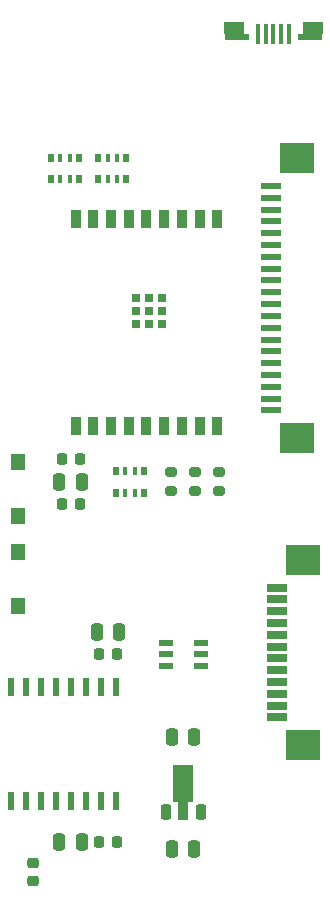
<source format=gbr>
%TF.GenerationSoftware,KiCad,Pcbnew,9.0.3*%
%TF.CreationDate,2025-07-20T13:08:18+03:00*%
%TF.ProjectId,PMMCU-ESP32C3,504d4d43-552d-4455-9350-333243332e6b,rev?*%
%TF.SameCoordinates,Original*%
%TF.FileFunction,Paste,Top*%
%TF.FilePolarity,Positive*%
%FSLAX46Y46*%
G04 Gerber Fmt 4.6, Leading zero omitted, Abs format (unit mm)*
G04 Created by KiCad (PCBNEW 9.0.3) date 2025-07-20 13:08:18*
%MOMM*%
%LPD*%
G01*
G04 APERTURE LIST*
G04 Aperture macros list*
%AMRoundRect*
0 Rectangle with rounded corners*
0 $1 Rounding radius*
0 $2 $3 $4 $5 $6 $7 $8 $9 X,Y pos of 4 corners*
0 Add a 4 corners polygon primitive as box body*
4,1,4,$2,$3,$4,$5,$6,$7,$8,$9,$2,$3,0*
0 Add four circle primitives for the rounded corners*
1,1,$1+$1,$2,$3*
1,1,$1+$1,$4,$5*
1,1,$1+$1,$6,$7*
1,1,$1+$1,$8,$9*
0 Add four rect primitives between the rounded corners*
20,1,$1+$1,$2,$3,$4,$5,0*
20,1,$1+$1,$4,$5,$6,$7,0*
20,1,$1+$1,$6,$7,$8,$9,0*
20,1,$1+$1,$8,$9,$2,$3,0*%
%AMFreePoly0*
4,1,9,3.862500,-0.866500,0.737500,-0.866500,0.737500,-0.450000,-0.737500,-0.450000,-0.737500,0.450000,0.737500,0.450000,0.737500,0.866500,3.862500,0.866500,3.862500,-0.866500,3.862500,-0.866500,$1*%
G04 Aperture macros list end*
%ADD10R,3.000000X2.600000*%
%ADD11R,1.800000X0.600000*%
%ADD12R,1.244600X1.346200*%
%ADD13R,0.889000X1.498600*%
%ADD14R,0.711200X0.711200*%
%ADD15RoundRect,0.225000X0.225000X0.250000X-0.225000X0.250000X-0.225000X-0.250000X0.225000X-0.250000X0*%
%ADD16RoundRect,0.225000X0.225000X-0.425000X0.225000X0.425000X-0.225000X0.425000X-0.225000X-0.425000X0*%
%ADD17FreePoly0,90.000000*%
%ADD18R,0.406400X1.750000*%
%ADD19R,1.654126X1.104108*%
%ADD20R,2.108196X0.496100*%
%ADD21R,2.108196X0.496108*%
%ADD22R,1.654066X1.104100*%
%ADD23R,0.500000X0.800000*%
%ADD24R,0.400000X0.800000*%
%ADD25RoundRect,0.250000X0.250000X0.475000X-0.250000X0.475000X-0.250000X-0.475000X0.250000X-0.475000X0*%
%ADD26R,0.482600X1.549400*%
%ADD27R,1.803400X0.635000*%
%ADD28R,2.997200X2.590800*%
%ADD29RoundRect,0.200000X0.275000X-0.200000X0.275000X0.200000X-0.275000X0.200000X-0.275000X-0.200000X0*%
%ADD30R,1.181100X0.558800*%
%ADD31RoundRect,0.225000X-0.225000X-0.250000X0.225000X-0.250000X0.225000X0.250000X-0.225000X0.250000X0*%
%ADD32RoundRect,0.225000X0.250000X-0.225000X0.250000X0.225000X-0.250000X0.225000X-0.250000X-0.225000X0*%
G04 APERTURE END LIST*
D10*
%TO.C,JM1*%
X26125000Y31850000D03*
X26125000Y8150000D03*
D11*
X23954000Y29500000D03*
X23954000Y28500000D03*
X23954000Y27500000D03*
X23954000Y26500000D03*
X23954000Y25500000D03*
X23954000Y24500000D03*
X23954000Y23500000D03*
X23954000Y22500000D03*
X23954000Y21500000D03*
X23954000Y20500000D03*
X23954000Y19500000D03*
X23954000Y18500000D03*
X23954000Y17500000D03*
X23954000Y16500000D03*
X23954000Y15500000D03*
X23954000Y14500000D03*
X23954000Y13500000D03*
X23954000Y12500000D03*
X23954000Y11500000D03*
X23954000Y10500000D03*
%TD*%
D12*
%TO.C,SW2*%
X2540000Y6096000D03*
X2540000Y1524000D03*
%TD*%
D13*
%TO.C,U1*%
X7390002Y9170000D03*
X8890001Y9170000D03*
X10390001Y9170000D03*
X11890000Y9170000D03*
X13390000Y9170000D03*
X14890000Y9170000D03*
X16390002Y9170000D03*
X17890001Y9170000D03*
X19390001Y9170000D03*
X19389998Y26670000D03*
X17889999Y26670000D03*
X16389999Y26670000D03*
X14890000Y26670000D03*
X13390000Y26670000D03*
X11890000Y26670000D03*
X10389998Y26670000D03*
X8889999Y26670000D03*
X7389999Y26670000D03*
D14*
X12490000Y17780000D03*
X13590000Y17780000D03*
X14690000Y17780000D03*
X12490000Y18880000D03*
X13590000Y18880000D03*
X14690000Y18880000D03*
X12490000Y19980000D03*
X13590000Y19980000D03*
X14690000Y19980000D03*
%TD*%
D15*
%TO.C,C8*%
X10935000Y-10160000D03*
X9385000Y-10160000D03*
%TD*%
%TO.C,C1*%
X7760000Y2540000D03*
X6210000Y2540000D03*
%TD*%
D16*
%TO.C,U2*%
X15010000Y-23540000D03*
D17*
X16510000Y-23452500D03*
D16*
X18010000Y-23540000D03*
%TD*%
D18*
%TO.C,J1*%
X25430000Y42327092D03*
X24780014Y42327092D03*
X24130028Y42327092D03*
X23480042Y42327092D03*
D19*
X27457063Y42900254D03*
D20*
X27230029Y42100150D03*
D18*
X22830056Y42327092D03*
D21*
X21030031Y42100146D03*
D22*
X20802967Y42900250D03*
%TD*%
D15*
%TO.C,C5*%
X7760000Y6350000D03*
X6210000Y6350000D03*
%TD*%
D23*
%TO.C,RN2*%
X10800000Y3545000D03*
D24*
X11600000Y3545000D03*
X12400000Y3545000D03*
D23*
X13200000Y3545000D03*
X13200000Y5345000D03*
D24*
X12400000Y5345000D03*
X11600000Y5345000D03*
D23*
X10800000Y5345000D03*
%TD*%
D25*
%TO.C,C10*%
X17460000Y-26670000D03*
X15560000Y-26670000D03*
%TD*%
D26*
%TO.C,U6*%
X10795000Y-12954000D03*
X9525000Y-12954000D03*
X8255000Y-12954000D03*
X6985000Y-12954000D03*
X5715000Y-12954000D03*
X4445000Y-12954000D03*
X3175000Y-12954000D03*
X1905000Y-12954000D03*
X1905000Y-22606000D03*
X3175000Y-22606000D03*
X4445000Y-22606000D03*
X5715000Y-22606000D03*
X6985000Y-22606000D03*
X8255000Y-22606000D03*
X9525000Y-22606000D03*
X10795000Y-22606000D03*
%TD*%
D27*
%TO.C,J4*%
X24444000Y-15499992D03*
X24444000Y-14499994D03*
X24444000Y-13499996D03*
X24444000Y-12499998D03*
X24444000Y-11500000D03*
X24444000Y-10500000D03*
X24444000Y-9500000D03*
X24444000Y-8500000D03*
X24444000Y-7500002D03*
X24444000Y-6500004D03*
X24444000Y-5500006D03*
X24444000Y-4500008D03*
D28*
X26614001Y-17850003D03*
X26614001Y-2149997D03*
%TD*%
D29*
%TO.C,R3*%
X17500000Y3675000D03*
X17500000Y5325000D03*
%TD*%
D25*
%TO.C,C3*%
X7935000Y-26035000D03*
X6035000Y-26035000D03*
%TD*%
D30*
%TO.C,U5*%
X15043150Y-9209999D03*
X15043150Y-10160000D03*
X15043150Y-11110001D03*
X17976850Y-11110001D03*
X17976850Y-10160000D03*
X17976850Y-9209999D03*
%TD*%
D31*
%TO.C,C9*%
X9385000Y-26035000D03*
X10935000Y-26035000D03*
%TD*%
D25*
%TO.C,C6*%
X11110000Y-8255000D03*
X9210000Y-8255000D03*
%TD*%
D29*
%TO.C,R1*%
X19500000Y3675000D03*
X19500000Y5325000D03*
%TD*%
D25*
%TO.C,C4*%
X17460000Y-17145000D03*
X15560000Y-17145000D03*
%TD*%
%TO.C,C2*%
X7935000Y4445000D03*
X6035000Y4445000D03*
%TD*%
D12*
%TO.C,SW1*%
X2540000Y-6096000D03*
X2540000Y-1524000D03*
%TD*%
D29*
%TO.C,R5*%
X15500000Y3675000D03*
X15500000Y5325000D03*
%TD*%
D23*
%TO.C,RN3*%
X7700000Y31900000D03*
D24*
X6900000Y31900000D03*
X6100000Y31900000D03*
D23*
X5300000Y31900000D03*
X5300000Y30100000D03*
D24*
X6100000Y30100000D03*
X6900000Y30100000D03*
D23*
X7700000Y30100000D03*
%TD*%
%TO.C,RN1*%
X11700000Y31900000D03*
D24*
X10900000Y31900000D03*
X10100000Y31900000D03*
D23*
X9300000Y31900000D03*
X9300000Y30100000D03*
D24*
X10100000Y30100000D03*
X10900000Y30100000D03*
D23*
X11700000Y30100000D03*
%TD*%
D32*
%TO.C,C7*%
X3810000Y-29350000D03*
X3810000Y-27800000D03*
%TD*%
M02*

</source>
